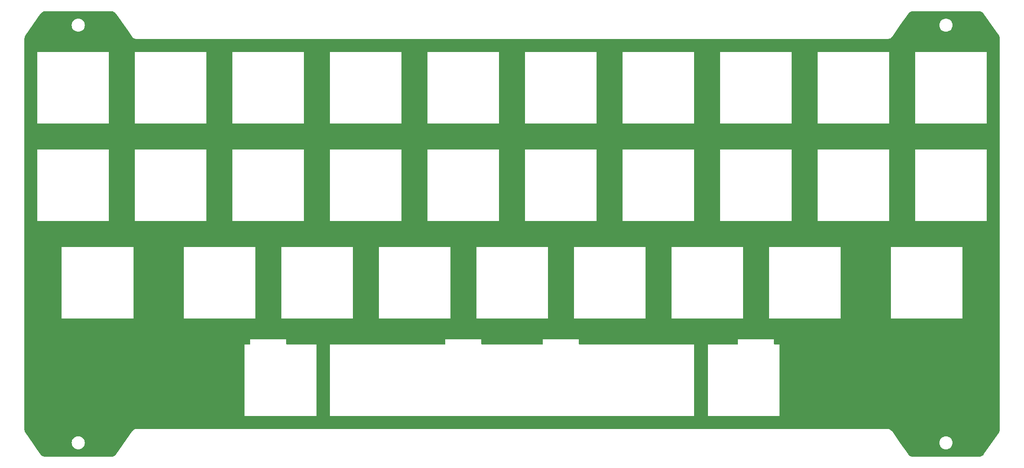
<source format=gbr>
%TF.GenerationSoftware,KiCad,Pcbnew,(6.0.10)*%
%TF.CreationDate,2023-02-13T13:56:49-06:00*%
%TF.ProjectId,WilliamPlate,57696c6c-6961-46d5-906c-6174652e6b69,rev?*%
%TF.SameCoordinates,Original*%
%TF.FileFunction,Copper,L1,Top*%
%TF.FilePolarity,Positive*%
%FSLAX46Y46*%
G04 Gerber Fmt 4.6, Leading zero omitted, Abs format (unit mm)*
G04 Created by KiCad (PCBNEW (6.0.10)) date 2023-02-13 13:56:49*
%MOMM*%
%LPD*%
G01*
G04 APERTURE LIST*
G04 APERTURE END LIST*
%TA.AperFunction,NonConductor*%
G36*
X70735459Y-44413903D02*
G01*
X70791846Y-44418425D01*
X70793809Y-44418599D01*
X70935125Y-44432197D01*
X70952993Y-44435227D01*
X71020175Y-44451670D01*
X71037566Y-44455927D01*
X71043402Y-44457505D01*
X71150294Y-44489175D01*
X71163571Y-44493931D01*
X71248070Y-44529662D01*
X71257152Y-44533938D01*
X71352907Y-44583796D01*
X71361652Y-44588804D01*
X71439356Y-44637527D01*
X71450867Y-44645677D01*
X71538105Y-44715084D01*
X71542735Y-44718952D01*
X71573271Y-44745738D01*
X71608223Y-44776399D01*
X71620955Y-44789302D01*
X71712357Y-44896351D01*
X71713652Y-44897893D01*
X71750618Y-44942615D01*
X71756718Y-44950627D01*
X74183281Y-48417145D01*
X74880343Y-49412947D01*
X74878355Y-49414339D01*
X74878664Y-49414654D01*
X74877900Y-49415291D01*
X75004992Y-49547008D01*
X75149901Y-49658826D01*
X75153912Y-49661076D01*
X75153914Y-49661077D01*
X75305504Y-49746101D01*
X75309540Y-49748365D01*
X75313840Y-49750009D01*
X75313845Y-49750011D01*
X75476211Y-49812076D01*
X75476215Y-49812077D01*
X75480510Y-49813719D01*
X75569841Y-49833607D01*
X75654682Y-49852495D01*
X75654687Y-49852496D01*
X75659171Y-49853494D01*
X75663757Y-49853829D01*
X75663761Y-49853830D01*
X75741408Y-49859509D01*
X75841719Y-49866846D01*
X75841719Y-49864007D01*
X75846473Y-49863500D01*
X222313294Y-49863500D01*
X222320781Y-49864167D01*
X222320781Y-49866831D01*
X222336615Y-49865673D01*
X222336616Y-49865673D01*
X222373415Y-49862981D01*
X222503326Y-49853480D01*
X222577566Y-49836951D01*
X222677495Y-49814704D01*
X222677500Y-49814703D01*
X222681985Y-49813704D01*
X222852954Y-49748352D01*
X223012591Y-49658813D01*
X223067339Y-49616567D01*
X223153853Y-49549809D01*
X223153856Y-49549806D01*
X223157498Y-49546996D01*
X223284589Y-49415281D01*
X223284102Y-49414875D01*
X223284426Y-49414539D01*
X223282156Y-49412950D01*
X224857471Y-47162500D01*
X232525376Y-47162500D01*
X232544835Y-47384921D01*
X232602622Y-47600585D01*
X232604944Y-47605565D01*
X232604945Y-47605567D01*
X232694655Y-47797950D01*
X232694658Y-47797955D01*
X232696981Y-47802937D01*
X232825044Y-47985830D01*
X232982920Y-48143706D01*
X232987428Y-48146863D01*
X232987431Y-48146865D01*
X233157311Y-48265816D01*
X233165813Y-48271769D01*
X233170795Y-48274092D01*
X233170800Y-48274095D01*
X233363183Y-48363805D01*
X233368165Y-48366128D01*
X233373473Y-48367550D01*
X233373475Y-48367551D01*
X233441050Y-48385658D01*
X233583829Y-48423915D01*
X233806250Y-48443374D01*
X234028671Y-48423915D01*
X234171450Y-48385658D01*
X234239025Y-48367551D01*
X234239027Y-48367550D01*
X234244335Y-48366128D01*
X234249317Y-48363805D01*
X234441700Y-48274095D01*
X234441705Y-48274092D01*
X234446687Y-48271769D01*
X234455189Y-48265816D01*
X234625069Y-48146865D01*
X234625072Y-48146863D01*
X234629580Y-48143706D01*
X234787456Y-47985830D01*
X234915519Y-47802937D01*
X234917842Y-47797955D01*
X234917845Y-47797950D01*
X235007555Y-47605567D01*
X235007556Y-47605565D01*
X235009878Y-47600585D01*
X235067665Y-47384921D01*
X235087124Y-47162500D01*
X235067665Y-46940079D01*
X235009878Y-46724415D01*
X235007555Y-46719433D01*
X234917845Y-46527050D01*
X234917842Y-46527045D01*
X234915519Y-46522063D01*
X234787456Y-46339170D01*
X234629580Y-46181294D01*
X234625072Y-46178137D01*
X234625069Y-46178135D01*
X234451196Y-46056388D01*
X234451194Y-46056387D01*
X234446687Y-46053231D01*
X234441705Y-46050908D01*
X234441700Y-46050905D01*
X234249317Y-45961195D01*
X234249315Y-45961194D01*
X234244335Y-45958872D01*
X234239027Y-45957450D01*
X234239025Y-45957449D01*
X234171450Y-45939342D01*
X234028671Y-45901085D01*
X233806250Y-45881626D01*
X233583829Y-45901085D01*
X233441050Y-45939342D01*
X233373475Y-45957449D01*
X233373473Y-45957450D01*
X233368165Y-45958872D01*
X233363185Y-45961194D01*
X233363183Y-45961195D01*
X233170800Y-46050905D01*
X233170795Y-46050908D01*
X233165813Y-46053231D01*
X233161306Y-46056387D01*
X233161304Y-46056388D01*
X232987431Y-46178135D01*
X232987428Y-46178137D01*
X232982920Y-46181294D01*
X232825044Y-46339170D01*
X232696981Y-46522063D01*
X232694658Y-46527045D01*
X232694655Y-46527050D01*
X232604945Y-46719433D01*
X232602622Y-46724415D01*
X232544835Y-46940079D01*
X232525376Y-47162500D01*
X224857471Y-47162500D01*
X226405949Y-44950389D01*
X226412052Y-44942372D01*
X226447594Y-44899371D01*
X226448899Y-44897818D01*
X226541778Y-44789061D01*
X226554492Y-44776177D01*
X226618968Y-44719620D01*
X226623604Y-44715746D01*
X226711671Y-44645677D01*
X226711991Y-44645422D01*
X226723492Y-44637280D01*
X226800322Y-44589105D01*
X226809051Y-44584107D01*
X226905903Y-44533678D01*
X226914980Y-44529403D01*
X226998535Y-44494072D01*
X227011785Y-44489325D01*
X227120103Y-44457232D01*
X227125863Y-44455675D01*
X227209195Y-44435279D01*
X227227064Y-44432248D01*
X227282256Y-44426931D01*
X227370625Y-44418419D01*
X227372443Y-44418258D01*
X227426742Y-44413903D01*
X227436813Y-44413500D01*
X240175387Y-44413500D01*
X240185459Y-44413903D01*
X240241846Y-44418425D01*
X240243809Y-44418599D01*
X240385125Y-44432197D01*
X240402993Y-44435227D01*
X240470175Y-44451670D01*
X240487566Y-44455927D01*
X240493402Y-44457505D01*
X240600294Y-44489175D01*
X240613571Y-44493931D01*
X240698070Y-44529662D01*
X240707152Y-44533938D01*
X240802907Y-44583796D01*
X240811652Y-44588804D01*
X240889356Y-44637527D01*
X240900867Y-44645677D01*
X240988105Y-44715084D01*
X240992735Y-44718952D01*
X241023271Y-44745738D01*
X241058223Y-44776399D01*
X241070955Y-44789302D01*
X241162357Y-44896351D01*
X241163652Y-44897893D01*
X241200618Y-44942615D01*
X241206718Y-44950627D01*
X243651305Y-48442895D01*
X244101718Y-49086342D01*
X244106925Y-49094420D01*
X244123661Y-49122701D01*
X244125222Y-49125417D01*
X244208825Y-49275234D01*
X244215730Y-49289701D01*
X244244071Y-49360314D01*
X244247310Y-49369369D01*
X244287213Y-49495968D01*
X244289751Y-49505240D01*
X244293049Y-49519391D01*
X244307031Y-49579382D01*
X244309668Y-49595181D01*
X244316396Y-49661061D01*
X244327011Y-49765013D01*
X244327292Y-49768167D01*
X244329883Y-49802058D01*
X244330250Y-49811663D01*
X244330250Y-126113663D01*
X244329883Y-126123270D01*
X244327404Y-126155690D01*
X244327118Y-126158896D01*
X244309608Y-126330194D01*
X244306972Y-126345982D01*
X244289925Y-126419122D01*
X244287386Y-126428398D01*
X244247089Y-126556248D01*
X244243851Y-126565301D01*
X244215890Y-126634970D01*
X244208989Y-126649430D01*
X244124679Y-126800545D01*
X244123083Y-126803323D01*
X244107114Y-126830309D01*
X244101900Y-126838397D01*
X241206551Y-130974611D01*
X241200448Y-130982628D01*
X241164906Y-131025629D01*
X241163601Y-131027182D01*
X241070722Y-131135939D01*
X241058008Y-131148823D01*
X240993535Y-131205378D01*
X240988896Y-131209254D01*
X240927537Y-131258074D01*
X240900509Y-131279578D01*
X240889008Y-131287720D01*
X240812178Y-131335895D01*
X240803449Y-131340893D01*
X240706597Y-131391322D01*
X240697520Y-131395597D01*
X240613965Y-131430928D01*
X240600715Y-131435675D01*
X240492397Y-131467768D01*
X240486637Y-131469325D01*
X240403305Y-131489721D01*
X240385436Y-131492752D01*
X240330244Y-131498069D01*
X240241875Y-131506581D01*
X240240057Y-131506742D01*
X240186795Y-131511014D01*
X240185758Y-131511097D01*
X240175687Y-131511500D01*
X227437113Y-131511500D01*
X227427040Y-131511097D01*
X227370654Y-131506575D01*
X227368691Y-131506401D01*
X227227375Y-131492803D01*
X227209507Y-131489773D01*
X227142325Y-131473330D01*
X227124934Y-131469073D01*
X227119098Y-131467495D01*
X227012206Y-131435825D01*
X226998927Y-131431068D01*
X226914430Y-131395338D01*
X226905348Y-131391062D01*
X226809591Y-131341203D01*
X226800848Y-131336196D01*
X226723144Y-131287473D01*
X226711633Y-131279323D01*
X226624395Y-131209916D01*
X226619765Y-131206048D01*
X226589229Y-131179262D01*
X226554277Y-131148601D01*
X226541545Y-131135698D01*
X226450143Y-131028649D01*
X226448848Y-131027107D01*
X226411882Y-130982385D01*
X226405777Y-130974366D01*
X225753748Y-130042895D01*
X224857471Y-128762500D01*
X232525376Y-128762500D01*
X232544835Y-128984921D01*
X232602622Y-129200585D01*
X232604944Y-129205565D01*
X232604945Y-129205567D01*
X232694655Y-129397950D01*
X232694658Y-129397955D01*
X232696981Y-129402937D01*
X232825044Y-129585830D01*
X232982920Y-129743706D01*
X232987428Y-129746863D01*
X232987431Y-129746865D01*
X233157311Y-129865816D01*
X233165813Y-129871769D01*
X233170795Y-129874092D01*
X233170800Y-129874095D01*
X233363183Y-129963805D01*
X233368165Y-129966128D01*
X233373473Y-129967550D01*
X233373475Y-129967551D01*
X233441050Y-129985658D01*
X233583829Y-130023915D01*
X233806250Y-130043374D01*
X234028671Y-130023915D01*
X234171450Y-129985658D01*
X234239025Y-129967551D01*
X234239027Y-129967550D01*
X234244335Y-129966128D01*
X234249317Y-129963805D01*
X234441700Y-129874095D01*
X234441705Y-129874092D01*
X234446687Y-129871769D01*
X234455189Y-129865816D01*
X234625069Y-129746865D01*
X234625072Y-129746863D01*
X234629580Y-129743706D01*
X234787456Y-129585830D01*
X234915519Y-129402937D01*
X234917842Y-129397955D01*
X234917845Y-129397950D01*
X235007555Y-129205567D01*
X235007556Y-129205565D01*
X235009878Y-129200585D01*
X235067665Y-128984921D01*
X235087124Y-128762500D01*
X235067665Y-128540079D01*
X235009878Y-128324415D01*
X235007555Y-128319433D01*
X234917845Y-128127050D01*
X234917842Y-128127045D01*
X234915519Y-128122063D01*
X234787456Y-127939170D01*
X234629580Y-127781294D01*
X234625072Y-127778137D01*
X234625069Y-127778135D01*
X234451196Y-127656388D01*
X234451194Y-127656387D01*
X234446687Y-127653231D01*
X234441705Y-127650908D01*
X234441700Y-127650905D01*
X234249317Y-127561195D01*
X234249315Y-127561194D01*
X234244335Y-127558872D01*
X234239027Y-127557450D01*
X234239025Y-127557449D01*
X234171450Y-127539342D01*
X234028671Y-127501085D01*
X233806250Y-127481626D01*
X233583829Y-127501085D01*
X233441050Y-127539342D01*
X233373475Y-127557449D01*
X233373473Y-127557450D01*
X233368165Y-127558872D01*
X233363185Y-127561194D01*
X233363183Y-127561195D01*
X233170800Y-127650905D01*
X233170795Y-127650908D01*
X233165813Y-127653231D01*
X233161306Y-127656387D01*
X233161304Y-127656388D01*
X232987431Y-127778135D01*
X232987428Y-127778137D01*
X232982920Y-127781294D01*
X232825044Y-127939170D01*
X232696981Y-128122063D01*
X232694658Y-128127045D01*
X232694655Y-128127050D01*
X232604945Y-128319433D01*
X232602622Y-128324415D01*
X232544835Y-128540079D01*
X232525376Y-128762500D01*
X224857471Y-128762500D01*
X223282156Y-126512050D01*
X223284156Y-126510650D01*
X223283847Y-126510336D01*
X223284600Y-126509709D01*
X223157508Y-126377992D01*
X223012599Y-126266174D01*
X223008586Y-126263923D01*
X222856979Y-126178889D01*
X222856977Y-126178888D01*
X222852960Y-126176635D01*
X222848660Y-126174991D01*
X222848655Y-126174989D01*
X222686289Y-126112924D01*
X222686285Y-126112923D01*
X222681990Y-126111281D01*
X222592659Y-126091393D01*
X222507818Y-126072505D01*
X222507813Y-126072504D01*
X222503329Y-126071506D01*
X222498743Y-126071171D01*
X222498739Y-126071170D01*
X222421092Y-126065491D01*
X222320781Y-126058154D01*
X222320781Y-126060993D01*
X222316027Y-126061500D01*
X75849206Y-126061500D01*
X75841719Y-126060833D01*
X75841719Y-126058169D01*
X75825885Y-126059327D01*
X75825884Y-126059327D01*
X75797296Y-126061418D01*
X75659174Y-126071520D01*
X75584934Y-126088049D01*
X75485005Y-126110296D01*
X75485000Y-126110297D01*
X75480515Y-126111296D01*
X75309546Y-126176648D01*
X75149909Y-126266187D01*
X75146270Y-126268995D01*
X75094047Y-126309293D01*
X75005002Y-126378004D01*
X74877911Y-126509719D01*
X74878398Y-126510125D01*
X74878072Y-126510463D01*
X74880343Y-126512053D01*
X71756551Y-130974611D01*
X71750448Y-130982628D01*
X71714906Y-131025629D01*
X71713601Y-131027182D01*
X71620722Y-131135939D01*
X71608008Y-131148823D01*
X71543535Y-131205378D01*
X71538896Y-131209254D01*
X71477537Y-131258074D01*
X71450509Y-131279578D01*
X71439008Y-131287720D01*
X71362178Y-131335895D01*
X71353449Y-131340893D01*
X71256597Y-131391322D01*
X71247520Y-131395597D01*
X71163965Y-131430928D01*
X71150715Y-131435675D01*
X71042397Y-131467768D01*
X71036637Y-131469325D01*
X70953305Y-131489721D01*
X70935436Y-131492752D01*
X70880244Y-131498069D01*
X70791875Y-131506581D01*
X70790057Y-131506742D01*
X70736795Y-131511014D01*
X70735758Y-131511097D01*
X70725687Y-131511500D01*
X57987113Y-131511500D01*
X57977040Y-131511097D01*
X57920654Y-131506575D01*
X57918691Y-131506401D01*
X57777375Y-131492803D01*
X57759507Y-131489773D01*
X57692325Y-131473330D01*
X57674934Y-131469073D01*
X57669098Y-131467495D01*
X57562206Y-131435825D01*
X57548927Y-131431068D01*
X57464430Y-131395338D01*
X57455348Y-131391062D01*
X57359591Y-131341203D01*
X57350848Y-131336196D01*
X57273144Y-131287473D01*
X57261633Y-131279323D01*
X57174395Y-131209916D01*
X57169765Y-131206048D01*
X57139229Y-131179262D01*
X57104277Y-131148601D01*
X57091545Y-131135698D01*
X57000143Y-131028649D01*
X56998848Y-131027107D01*
X56961882Y-130982385D01*
X56955777Y-130974366D01*
X56303748Y-130042895D01*
X55407471Y-128762500D01*
X63075376Y-128762500D01*
X63094835Y-128984921D01*
X63152622Y-129200585D01*
X63154944Y-129205565D01*
X63154945Y-129205567D01*
X63244655Y-129397950D01*
X63244658Y-129397955D01*
X63246981Y-129402937D01*
X63375044Y-129585830D01*
X63532920Y-129743706D01*
X63537428Y-129746863D01*
X63537431Y-129746865D01*
X63707311Y-129865816D01*
X63715813Y-129871769D01*
X63720795Y-129874092D01*
X63720800Y-129874095D01*
X63913183Y-129963805D01*
X63918165Y-129966128D01*
X63923473Y-129967550D01*
X63923475Y-129967551D01*
X63991050Y-129985658D01*
X64133829Y-130023915D01*
X64356250Y-130043374D01*
X64578671Y-130023915D01*
X64721450Y-129985658D01*
X64789025Y-129967551D01*
X64789027Y-129967550D01*
X64794335Y-129966128D01*
X64799317Y-129963805D01*
X64991700Y-129874095D01*
X64991705Y-129874092D01*
X64996687Y-129871769D01*
X65005189Y-129865816D01*
X65175069Y-129746865D01*
X65175072Y-129746863D01*
X65179580Y-129743706D01*
X65337456Y-129585830D01*
X65465519Y-129402937D01*
X65467842Y-129397955D01*
X65467845Y-129397950D01*
X65557555Y-129205567D01*
X65557556Y-129205565D01*
X65559878Y-129200585D01*
X65617665Y-128984921D01*
X65637124Y-128762500D01*
X65617665Y-128540079D01*
X65559878Y-128324415D01*
X65557555Y-128319433D01*
X65467845Y-128127050D01*
X65467842Y-128127045D01*
X65465519Y-128122063D01*
X65337456Y-127939170D01*
X65179580Y-127781294D01*
X65175072Y-127778137D01*
X65175069Y-127778135D01*
X65001196Y-127656388D01*
X65001194Y-127656387D01*
X64996687Y-127653231D01*
X64991705Y-127650908D01*
X64991700Y-127650905D01*
X64799317Y-127561195D01*
X64799315Y-127561194D01*
X64794335Y-127558872D01*
X64789027Y-127557450D01*
X64789025Y-127557449D01*
X64721450Y-127539342D01*
X64578671Y-127501085D01*
X64356250Y-127481626D01*
X64133829Y-127501085D01*
X63991050Y-127539342D01*
X63923475Y-127557449D01*
X63923473Y-127557450D01*
X63918165Y-127558872D01*
X63913185Y-127561194D01*
X63913183Y-127561195D01*
X63720800Y-127650905D01*
X63720795Y-127650908D01*
X63715813Y-127653231D01*
X63711306Y-127656387D01*
X63711304Y-127656388D01*
X63537431Y-127778135D01*
X63537428Y-127778137D01*
X63532920Y-127781294D01*
X63375044Y-127939170D01*
X63246981Y-128122063D01*
X63244658Y-128127045D01*
X63244655Y-128127050D01*
X63154945Y-128319433D01*
X63152622Y-128324415D01*
X63094835Y-128540079D01*
X63075376Y-128762500D01*
X55407471Y-128762500D01*
X54060777Y-126838651D01*
X54055570Y-126830572D01*
X54038839Y-126802299D01*
X54037278Y-126799583D01*
X53953675Y-126649766D01*
X53946770Y-126635299D01*
X53918429Y-126564686D01*
X53915190Y-126555631D01*
X53875287Y-126429032D01*
X53872748Y-126419755D01*
X53872601Y-126419122D01*
X53863945Y-126381987D01*
X53855469Y-126345618D01*
X53852832Y-126329819D01*
X53837419Y-126178889D01*
X53835489Y-126159987D01*
X53835208Y-126156833D01*
X53832617Y-126122942D01*
X53832250Y-126113337D01*
X53832250Y-123537500D01*
X96836418Y-123537500D01*
X96836500Y-123537698D01*
X96836735Y-123538265D01*
X96837500Y-123538582D01*
X96837698Y-123538500D01*
X110837302Y-123538500D01*
X110837500Y-123538582D01*
X110838265Y-123538265D01*
X110838500Y-123537698D01*
X110838582Y-123537500D01*
X113505168Y-123537500D01*
X113505250Y-123537698D01*
X113505485Y-123538265D01*
X113506250Y-123538582D01*
X113506448Y-123538500D01*
X184656052Y-123538500D01*
X184656250Y-123538582D01*
X184657015Y-123538265D01*
X184657250Y-123537698D01*
X184657332Y-123537500D01*
X187323918Y-123537500D01*
X187324000Y-123537698D01*
X187324235Y-123538265D01*
X187325000Y-123538582D01*
X187325198Y-123538500D01*
X201324802Y-123538500D01*
X201325000Y-123538582D01*
X201325765Y-123538265D01*
X201326000Y-123537698D01*
X201326082Y-123537500D01*
X201326000Y-123537302D01*
X201326000Y-109537698D01*
X201326082Y-109537500D01*
X201325765Y-109536735D01*
X201325198Y-109536500D01*
X201325000Y-109536418D01*
X201324802Y-109536500D01*
X200333250Y-109536500D01*
X200265129Y-109516498D01*
X200218636Y-109462842D01*
X200207250Y-109410500D01*
X200207250Y-108537698D01*
X200207332Y-108537500D01*
X200207015Y-108536735D01*
X200206448Y-108536500D01*
X200206250Y-108536418D01*
X200206052Y-108536500D01*
X193206448Y-108536500D01*
X193206250Y-108536418D01*
X193206052Y-108536500D01*
X193205485Y-108536735D01*
X193205168Y-108537500D01*
X193205250Y-108537698D01*
X193205250Y-109410500D01*
X193185248Y-109478621D01*
X193131592Y-109525114D01*
X193079250Y-109536500D01*
X187325198Y-109536500D01*
X187325000Y-109536418D01*
X187324802Y-109536500D01*
X187324235Y-109536735D01*
X187323918Y-109537500D01*
X187324000Y-109537698D01*
X187324000Y-123537302D01*
X187323918Y-123537500D01*
X184657332Y-123537500D01*
X184657250Y-123537302D01*
X184657250Y-109537698D01*
X184657332Y-109537500D01*
X184657015Y-109536735D01*
X184656448Y-109536500D01*
X184656250Y-109536418D01*
X184656052Y-109536500D01*
X162233250Y-109536500D01*
X162165129Y-109516498D01*
X162118636Y-109462842D01*
X162107250Y-109410500D01*
X162107250Y-108537698D01*
X162107332Y-108537500D01*
X162107015Y-108536735D01*
X162106448Y-108536500D01*
X162106250Y-108536418D01*
X162106052Y-108536500D01*
X155106448Y-108536500D01*
X155106250Y-108536418D01*
X155106052Y-108536500D01*
X155105485Y-108536735D01*
X155105168Y-108537500D01*
X155105250Y-108537698D01*
X155105250Y-109410500D01*
X155085248Y-109478621D01*
X155031592Y-109525114D01*
X154979250Y-109536500D01*
X143183250Y-109536500D01*
X143115129Y-109516498D01*
X143068636Y-109462842D01*
X143057250Y-109410500D01*
X143057250Y-108537698D01*
X143057332Y-108537500D01*
X143057015Y-108536735D01*
X143056448Y-108536500D01*
X143056250Y-108536418D01*
X143056052Y-108536500D01*
X136056448Y-108536500D01*
X136056250Y-108536418D01*
X136056052Y-108536500D01*
X136055485Y-108536735D01*
X136055168Y-108537500D01*
X136055250Y-108537698D01*
X136055250Y-109410500D01*
X136035248Y-109478621D01*
X135981592Y-109525114D01*
X135929250Y-109536500D01*
X113506448Y-109536500D01*
X113506250Y-109536418D01*
X113506052Y-109536500D01*
X113505485Y-109536735D01*
X113505168Y-109537500D01*
X113505250Y-109537698D01*
X113505250Y-123537302D01*
X113505168Y-123537500D01*
X110838582Y-123537500D01*
X110838500Y-123537302D01*
X110838500Y-109537698D01*
X110838582Y-109537500D01*
X110838265Y-109536735D01*
X110837698Y-109536500D01*
X110837500Y-109536418D01*
X110837302Y-109536500D01*
X105083250Y-109536500D01*
X105015129Y-109516498D01*
X104968636Y-109462842D01*
X104957250Y-109410500D01*
X104957250Y-108537698D01*
X104957332Y-108537500D01*
X104957015Y-108536735D01*
X104956448Y-108536500D01*
X104956250Y-108536418D01*
X104956052Y-108536500D01*
X97956448Y-108536500D01*
X97956250Y-108536418D01*
X97956052Y-108536500D01*
X97955485Y-108536735D01*
X97955168Y-108537500D01*
X97955250Y-108537698D01*
X97955250Y-109410500D01*
X97935248Y-109478621D01*
X97881592Y-109525114D01*
X97829250Y-109536500D01*
X96837698Y-109536500D01*
X96837500Y-109536418D01*
X96837302Y-109536500D01*
X96836735Y-109536735D01*
X96836418Y-109537500D01*
X96836500Y-109537698D01*
X96836500Y-123537302D01*
X96836418Y-123537500D01*
X53832250Y-123537500D01*
X53832250Y-104487500D01*
X61117668Y-104487500D01*
X61117750Y-104487698D01*
X61117985Y-104488265D01*
X61118750Y-104488582D01*
X61118948Y-104488500D01*
X75118552Y-104488500D01*
X75118750Y-104488582D01*
X75119515Y-104488265D01*
X75119750Y-104487698D01*
X75119832Y-104487500D01*
X84930168Y-104487500D01*
X84930250Y-104487698D01*
X84930485Y-104488265D01*
X84931250Y-104488582D01*
X84931448Y-104488500D01*
X98931052Y-104488500D01*
X98931250Y-104488582D01*
X98932015Y-104488265D01*
X98932250Y-104487698D01*
X98932332Y-104487500D01*
X103980168Y-104487500D01*
X103980250Y-104487698D01*
X103980485Y-104488265D01*
X103981250Y-104488582D01*
X103981448Y-104488500D01*
X117981052Y-104488500D01*
X117981250Y-104488582D01*
X117982015Y-104488265D01*
X117982250Y-104487698D01*
X117982332Y-104487500D01*
X123030168Y-104487500D01*
X123030250Y-104487698D01*
X123030485Y-104488265D01*
X123031250Y-104488582D01*
X123031448Y-104488500D01*
X137031052Y-104488500D01*
X137031250Y-104488582D01*
X137032015Y-104488265D01*
X137032250Y-104487698D01*
X137032332Y-104487500D01*
X142080168Y-104487500D01*
X142080250Y-104487698D01*
X142080485Y-104488265D01*
X142081250Y-104488582D01*
X142081448Y-104488500D01*
X156081052Y-104488500D01*
X156081250Y-104488582D01*
X156082015Y-104488265D01*
X156082250Y-104487698D01*
X156082332Y-104487500D01*
X161130168Y-104487500D01*
X161130250Y-104487698D01*
X161130485Y-104488265D01*
X161131250Y-104488582D01*
X161131448Y-104488500D01*
X175131052Y-104488500D01*
X175131250Y-104488582D01*
X175132015Y-104488265D01*
X175132250Y-104487698D01*
X175132332Y-104487500D01*
X180180168Y-104487500D01*
X180180250Y-104487698D01*
X180180485Y-104488265D01*
X180181250Y-104488582D01*
X180181448Y-104488500D01*
X194181052Y-104488500D01*
X194181250Y-104488582D01*
X194182015Y-104488265D01*
X194182250Y-104487698D01*
X194182332Y-104487500D01*
X199230168Y-104487500D01*
X199230250Y-104487698D01*
X199230485Y-104488265D01*
X199231250Y-104488582D01*
X199231448Y-104488500D01*
X213231052Y-104488500D01*
X213231250Y-104488582D01*
X213232015Y-104488265D01*
X213232250Y-104487698D01*
X213232332Y-104487500D01*
X223042668Y-104487500D01*
X223042750Y-104487698D01*
X223042985Y-104488265D01*
X223043750Y-104488582D01*
X223043948Y-104488500D01*
X237043552Y-104488500D01*
X237043750Y-104488582D01*
X237044515Y-104488265D01*
X237044750Y-104487698D01*
X237044832Y-104487500D01*
X237044750Y-104487302D01*
X237044750Y-90487698D01*
X237044832Y-90487500D01*
X237044515Y-90486735D01*
X237043948Y-90486500D01*
X237043750Y-90486418D01*
X237043552Y-90486500D01*
X223043948Y-90486500D01*
X223043750Y-90486418D01*
X223043552Y-90486500D01*
X223042985Y-90486735D01*
X223042668Y-90487500D01*
X223042750Y-90487698D01*
X223042750Y-104487302D01*
X223042668Y-104487500D01*
X213232332Y-104487500D01*
X213232250Y-104487302D01*
X213232250Y-90487698D01*
X213232332Y-90487500D01*
X213232015Y-90486735D01*
X213231448Y-90486500D01*
X213231250Y-90486418D01*
X213231052Y-90486500D01*
X199231448Y-90486500D01*
X199231250Y-90486418D01*
X199231052Y-90486500D01*
X199230485Y-90486735D01*
X199230168Y-90487500D01*
X199230250Y-90487698D01*
X199230250Y-104487302D01*
X199230168Y-104487500D01*
X194182332Y-104487500D01*
X194182250Y-104487302D01*
X194182250Y-90487698D01*
X194182332Y-90487500D01*
X194182015Y-90486735D01*
X194181448Y-90486500D01*
X194181250Y-90486418D01*
X194181052Y-90486500D01*
X180181448Y-90486500D01*
X180181250Y-90486418D01*
X180181052Y-90486500D01*
X180180485Y-90486735D01*
X180180168Y-90487500D01*
X180180250Y-90487698D01*
X180180250Y-104487302D01*
X180180168Y-104487500D01*
X175132332Y-104487500D01*
X175132250Y-104487302D01*
X175132250Y-90487698D01*
X175132332Y-90487500D01*
X175132015Y-90486735D01*
X175131448Y-90486500D01*
X175131250Y-90486418D01*
X175131052Y-90486500D01*
X161131448Y-90486500D01*
X161131250Y-90486418D01*
X161131052Y-90486500D01*
X161130485Y-90486735D01*
X161130168Y-90487500D01*
X161130250Y-90487698D01*
X161130250Y-104487302D01*
X161130168Y-104487500D01*
X156082332Y-104487500D01*
X156082250Y-104487302D01*
X156082250Y-90487698D01*
X156082332Y-90487500D01*
X156082015Y-90486735D01*
X156081448Y-90486500D01*
X156081250Y-90486418D01*
X156081052Y-90486500D01*
X142081448Y-90486500D01*
X142081250Y-90486418D01*
X142081052Y-90486500D01*
X142080485Y-90486735D01*
X142080168Y-90487500D01*
X142080250Y-90487698D01*
X142080250Y-104487302D01*
X142080168Y-104487500D01*
X137032332Y-104487500D01*
X137032250Y-104487302D01*
X137032250Y-90487698D01*
X137032332Y-90487500D01*
X137032015Y-90486735D01*
X137031448Y-90486500D01*
X137031250Y-90486418D01*
X137031052Y-90486500D01*
X123031448Y-90486500D01*
X123031250Y-90486418D01*
X123031052Y-90486500D01*
X123030485Y-90486735D01*
X123030168Y-90487500D01*
X123030250Y-90487698D01*
X123030250Y-104487302D01*
X123030168Y-104487500D01*
X117982332Y-104487500D01*
X117982250Y-104487302D01*
X117982250Y-90487698D01*
X117982332Y-90487500D01*
X117982015Y-90486735D01*
X117981448Y-90486500D01*
X117981250Y-90486418D01*
X117981052Y-90486500D01*
X103981448Y-90486500D01*
X103981250Y-90486418D01*
X103981052Y-90486500D01*
X103980485Y-90486735D01*
X103980168Y-90487500D01*
X103980250Y-90487698D01*
X103980250Y-104487302D01*
X103980168Y-104487500D01*
X98932332Y-104487500D01*
X98932250Y-104487302D01*
X98932250Y-90487698D01*
X98932332Y-90487500D01*
X98932015Y-90486735D01*
X98931448Y-90486500D01*
X98931250Y-90486418D01*
X98931052Y-90486500D01*
X84931448Y-90486500D01*
X84931250Y-90486418D01*
X84931052Y-90486500D01*
X84930485Y-90486735D01*
X84930168Y-90487500D01*
X84930250Y-90487698D01*
X84930250Y-104487302D01*
X84930168Y-104487500D01*
X75119832Y-104487500D01*
X75119750Y-104487302D01*
X75119750Y-90487698D01*
X75119832Y-90487500D01*
X75119515Y-90486735D01*
X75118948Y-90486500D01*
X75118750Y-90486418D01*
X75118552Y-90486500D01*
X61118948Y-90486500D01*
X61118750Y-90486418D01*
X61118552Y-90486500D01*
X61117985Y-90486735D01*
X61117668Y-90487500D01*
X61117750Y-90487698D01*
X61117750Y-104487302D01*
X61117668Y-104487500D01*
X53832250Y-104487500D01*
X53832250Y-85437500D01*
X56355168Y-85437500D01*
X56355250Y-85437698D01*
X56355485Y-85438265D01*
X56356250Y-85438582D01*
X56356448Y-85438500D01*
X70356052Y-85438500D01*
X70356250Y-85438582D01*
X70357015Y-85438265D01*
X70357250Y-85437698D01*
X70357332Y-85437500D01*
X75405168Y-85437500D01*
X75405250Y-85437698D01*
X75405485Y-85438265D01*
X75406250Y-85438582D01*
X75406448Y-85438500D01*
X89406052Y-85438500D01*
X89406250Y-85438582D01*
X89407015Y-85438265D01*
X89407250Y-85437698D01*
X89407332Y-85437500D01*
X94455168Y-85437500D01*
X94455250Y-85437698D01*
X94455485Y-85438265D01*
X94456250Y-85438582D01*
X94456448Y-85438500D01*
X108456052Y-85438500D01*
X108456250Y-85438582D01*
X108457015Y-85438265D01*
X108457250Y-85437698D01*
X108457332Y-85437500D01*
X113505168Y-85437500D01*
X113505250Y-85437698D01*
X113505485Y-85438265D01*
X113506250Y-85438582D01*
X113506448Y-85438500D01*
X127506052Y-85438500D01*
X127506250Y-85438582D01*
X127507015Y-85438265D01*
X127507250Y-85437698D01*
X127507332Y-85437500D01*
X132555168Y-85437500D01*
X132555250Y-85437698D01*
X132555485Y-85438265D01*
X132556250Y-85438582D01*
X132556448Y-85438500D01*
X146556052Y-85438500D01*
X146556250Y-85438582D01*
X146557015Y-85438265D01*
X146557250Y-85437698D01*
X146557332Y-85437500D01*
X151605168Y-85437500D01*
X151605250Y-85437698D01*
X151605485Y-85438265D01*
X151606250Y-85438582D01*
X151606448Y-85438500D01*
X165606052Y-85438500D01*
X165606250Y-85438582D01*
X165607015Y-85438265D01*
X165607250Y-85437698D01*
X165607332Y-85437500D01*
X170655168Y-85437500D01*
X170655250Y-85437698D01*
X170655485Y-85438265D01*
X170656250Y-85438582D01*
X170656448Y-85438500D01*
X184656052Y-85438500D01*
X184656250Y-85438582D01*
X184657015Y-85438265D01*
X184657250Y-85437698D01*
X184657332Y-85437500D01*
X189705168Y-85437500D01*
X189705250Y-85437698D01*
X189705485Y-85438265D01*
X189706250Y-85438582D01*
X189706448Y-85438500D01*
X203706052Y-85438500D01*
X203706250Y-85438582D01*
X203707015Y-85438265D01*
X203707250Y-85437698D01*
X203707332Y-85437500D01*
X208755168Y-85437500D01*
X208755250Y-85437698D01*
X208755485Y-85438265D01*
X208756250Y-85438582D01*
X208756448Y-85438500D01*
X222756052Y-85438500D01*
X222756250Y-85438582D01*
X222757015Y-85438265D01*
X222757250Y-85437698D01*
X222757332Y-85437500D01*
X227805168Y-85437500D01*
X227805250Y-85437698D01*
X227805485Y-85438265D01*
X227806250Y-85438582D01*
X227806448Y-85438500D01*
X241806052Y-85438500D01*
X241806250Y-85438582D01*
X241807015Y-85438265D01*
X241807250Y-85437698D01*
X241807332Y-85437500D01*
X241807250Y-85437302D01*
X241807250Y-71437698D01*
X241807332Y-71437500D01*
X241807015Y-71436735D01*
X241806448Y-71436500D01*
X241806250Y-71436418D01*
X241806052Y-71436500D01*
X227806448Y-71436500D01*
X227806250Y-71436418D01*
X227806052Y-71436500D01*
X227805485Y-71436735D01*
X227805168Y-71437500D01*
X227805250Y-71437698D01*
X227805250Y-85437302D01*
X227805168Y-85437500D01*
X222757332Y-85437500D01*
X222757250Y-85437302D01*
X222757250Y-71437698D01*
X222757332Y-71437500D01*
X222757015Y-71436735D01*
X222756448Y-71436500D01*
X222756250Y-71436418D01*
X222756052Y-71436500D01*
X208756448Y-71436500D01*
X208756250Y-71436418D01*
X208756052Y-71436500D01*
X208755485Y-71436735D01*
X208755168Y-71437500D01*
X208755250Y-71437698D01*
X208755250Y-85437302D01*
X208755168Y-85437500D01*
X203707332Y-85437500D01*
X203707250Y-85437302D01*
X203707250Y-71437698D01*
X203707332Y-71437500D01*
X203707015Y-71436735D01*
X203706448Y-71436500D01*
X203706250Y-71436418D01*
X203706052Y-71436500D01*
X189706448Y-71436500D01*
X189706250Y-71436418D01*
X189706052Y-71436500D01*
X189705485Y-71436735D01*
X189705168Y-71437500D01*
X189705250Y-71437698D01*
X189705250Y-85437302D01*
X189705168Y-85437500D01*
X184657332Y-85437500D01*
X184657250Y-85437302D01*
X184657250Y-71437698D01*
X184657332Y-71437500D01*
X184657015Y-71436735D01*
X184656448Y-71436500D01*
X184656250Y-71436418D01*
X184656052Y-71436500D01*
X170656448Y-71436500D01*
X170656250Y-71436418D01*
X170656052Y-71436500D01*
X170655485Y-71436735D01*
X170655168Y-71437500D01*
X170655250Y-71437698D01*
X170655250Y-85437302D01*
X170655168Y-85437500D01*
X165607332Y-85437500D01*
X165607250Y-85437302D01*
X165607250Y-71437698D01*
X165607332Y-71437500D01*
X165607015Y-71436735D01*
X165606448Y-71436500D01*
X165606250Y-71436418D01*
X165606052Y-71436500D01*
X151606448Y-71436500D01*
X151606250Y-71436418D01*
X151606052Y-71436500D01*
X151605485Y-71436735D01*
X151605168Y-71437500D01*
X151605250Y-71437698D01*
X151605250Y-85437302D01*
X151605168Y-85437500D01*
X146557332Y-85437500D01*
X146557250Y-85437302D01*
X146557250Y-71437698D01*
X146557332Y-71437500D01*
X146557015Y-71436735D01*
X146556448Y-71436500D01*
X146556250Y-71436418D01*
X146556052Y-71436500D01*
X132556448Y-71436500D01*
X132556250Y-71436418D01*
X132556052Y-71436500D01*
X132555485Y-71436735D01*
X132555168Y-71437500D01*
X132555250Y-71437698D01*
X132555250Y-85437302D01*
X132555168Y-85437500D01*
X127507332Y-85437500D01*
X127507250Y-85437302D01*
X127507250Y-71437698D01*
X127507332Y-71437500D01*
X127507015Y-71436735D01*
X127506448Y-71436500D01*
X127506250Y-71436418D01*
X127506052Y-71436500D01*
X113506448Y-71436500D01*
X113506250Y-71436418D01*
X113506052Y-71436500D01*
X113505485Y-71436735D01*
X113505168Y-71437500D01*
X113505250Y-71437698D01*
X113505250Y-85437302D01*
X113505168Y-85437500D01*
X108457332Y-85437500D01*
X108457250Y-85437302D01*
X108457250Y-71437698D01*
X108457332Y-71437500D01*
X108457015Y-71436735D01*
X108456448Y-71436500D01*
X108456250Y-71436418D01*
X108456052Y-71436500D01*
X94456448Y-71436500D01*
X94456250Y-71436418D01*
X94456052Y-71436500D01*
X94455485Y-71436735D01*
X94455168Y-71437500D01*
X94455250Y-71437698D01*
X94455250Y-85437302D01*
X94455168Y-85437500D01*
X89407332Y-85437500D01*
X89407250Y-85437302D01*
X89407250Y-71437698D01*
X89407332Y-71437500D01*
X89407015Y-71436735D01*
X89406448Y-71436500D01*
X89406250Y-71436418D01*
X89406052Y-71436500D01*
X75406448Y-71436500D01*
X75406250Y-71436418D01*
X75406052Y-71436500D01*
X75405485Y-71436735D01*
X75405168Y-71437500D01*
X75405250Y-71437698D01*
X75405250Y-85437302D01*
X75405168Y-85437500D01*
X70357332Y-85437500D01*
X70357250Y-85437302D01*
X70357250Y-71437698D01*
X70357332Y-71437500D01*
X70357015Y-71436735D01*
X70356448Y-71436500D01*
X70356250Y-71436418D01*
X70356052Y-71436500D01*
X56356448Y-71436500D01*
X56356250Y-71436418D01*
X56356052Y-71436500D01*
X56355485Y-71436735D01*
X56355168Y-71437500D01*
X56355250Y-71437698D01*
X56355250Y-85437302D01*
X56355168Y-85437500D01*
X53832250Y-85437500D01*
X53832250Y-66387500D01*
X56355168Y-66387500D01*
X56355250Y-66387698D01*
X56355485Y-66388265D01*
X56356250Y-66388582D01*
X56356448Y-66388500D01*
X70356052Y-66388500D01*
X70356250Y-66388582D01*
X70357015Y-66388265D01*
X70357250Y-66387698D01*
X70357332Y-66387500D01*
X75405168Y-66387500D01*
X75405250Y-66387698D01*
X75405485Y-66388265D01*
X75406250Y-66388582D01*
X75406448Y-66388500D01*
X89406052Y-66388500D01*
X89406250Y-66388582D01*
X89407015Y-66388265D01*
X89407250Y-66387698D01*
X89407332Y-66387500D01*
X94455168Y-66387500D01*
X94455250Y-66387698D01*
X94455485Y-66388265D01*
X94456250Y-66388582D01*
X94456448Y-66388500D01*
X108456052Y-66388500D01*
X108456250Y-66388582D01*
X108457015Y-66388265D01*
X108457250Y-66387698D01*
X108457332Y-66387500D01*
X113505168Y-66387500D01*
X113505250Y-66387698D01*
X113505485Y-66388265D01*
X113506250Y-66388582D01*
X113506448Y-66388500D01*
X127506052Y-66388500D01*
X127506250Y-66388582D01*
X127507015Y-66388265D01*
X127507250Y-66387698D01*
X127507332Y-66387500D01*
X132555168Y-66387500D01*
X132555250Y-66387698D01*
X132555485Y-66388265D01*
X132556250Y-66388582D01*
X132556448Y-66388500D01*
X146556052Y-66388500D01*
X146556250Y-66388582D01*
X146557015Y-66388265D01*
X146557250Y-66387698D01*
X146557332Y-66387500D01*
X151605168Y-66387500D01*
X151605250Y-66387698D01*
X151605485Y-66388265D01*
X151606250Y-66388582D01*
X151606448Y-66388500D01*
X165606052Y-66388500D01*
X165606250Y-66388582D01*
X165607015Y-66388265D01*
X165607250Y-66387698D01*
X165607332Y-66387500D01*
X170655168Y-66387500D01*
X170655250Y-66387698D01*
X170655485Y-66388265D01*
X170656250Y-66388582D01*
X170656448Y-66388500D01*
X184656052Y-66388500D01*
X184656250Y-66388582D01*
X184657015Y-66388265D01*
X184657250Y-66387698D01*
X184657332Y-66387500D01*
X189705168Y-66387500D01*
X189705250Y-66387698D01*
X189705485Y-66388265D01*
X189706250Y-66388582D01*
X189706448Y-66388500D01*
X203706052Y-66388500D01*
X203706250Y-66388582D01*
X203707015Y-66388265D01*
X203707250Y-66387698D01*
X203707332Y-66387500D01*
X208755168Y-66387500D01*
X208755250Y-66387698D01*
X208755485Y-66388265D01*
X208756250Y-66388582D01*
X208756448Y-66388500D01*
X222756052Y-66388500D01*
X222756250Y-66388582D01*
X222757015Y-66388265D01*
X222757250Y-66387698D01*
X222757332Y-66387500D01*
X227805168Y-66387500D01*
X227805250Y-66387698D01*
X227805485Y-66388265D01*
X227806250Y-66388582D01*
X227806448Y-66388500D01*
X241806052Y-66388500D01*
X241806250Y-66388582D01*
X241807015Y-66388265D01*
X241807250Y-66387698D01*
X241807332Y-66387500D01*
X241807250Y-66387302D01*
X241807250Y-52387698D01*
X241807332Y-52387500D01*
X241807015Y-52386735D01*
X241806448Y-52386500D01*
X241806250Y-52386418D01*
X241806052Y-52386500D01*
X227806448Y-52386500D01*
X227806250Y-52386418D01*
X227806052Y-52386500D01*
X227805485Y-52386735D01*
X227805168Y-52387500D01*
X227805250Y-52387698D01*
X227805250Y-66387302D01*
X227805168Y-66387500D01*
X222757332Y-66387500D01*
X222757250Y-66387302D01*
X222757250Y-52387698D01*
X222757332Y-52387500D01*
X222757015Y-52386735D01*
X222756448Y-52386500D01*
X222756250Y-52386418D01*
X222756052Y-52386500D01*
X208756448Y-52386500D01*
X208756250Y-52386418D01*
X208756052Y-52386500D01*
X208755485Y-52386735D01*
X208755168Y-52387500D01*
X208755250Y-52387698D01*
X208755250Y-66387302D01*
X208755168Y-66387500D01*
X203707332Y-66387500D01*
X203707250Y-66387302D01*
X203707250Y-52387698D01*
X203707332Y-52387500D01*
X203707015Y-52386735D01*
X203706448Y-52386500D01*
X203706250Y-52386418D01*
X203706052Y-52386500D01*
X189706448Y-52386500D01*
X189706250Y-52386418D01*
X189706052Y-52386500D01*
X189705485Y-52386735D01*
X189705168Y-52387500D01*
X189705250Y-52387698D01*
X189705250Y-66387302D01*
X189705168Y-66387500D01*
X184657332Y-66387500D01*
X184657250Y-66387302D01*
X184657250Y-52387698D01*
X184657332Y-52387500D01*
X184657015Y-52386735D01*
X184656448Y-52386500D01*
X184656250Y-52386418D01*
X184656052Y-52386500D01*
X170656448Y-52386500D01*
X170656250Y-52386418D01*
X170656052Y-52386500D01*
X170655485Y-52386735D01*
X170655168Y-52387500D01*
X170655250Y-52387698D01*
X170655250Y-66387302D01*
X170655168Y-66387500D01*
X165607332Y-66387500D01*
X165607250Y-66387302D01*
X165607250Y-52387698D01*
X165607332Y-52387500D01*
X165607015Y-52386735D01*
X165606448Y-52386500D01*
X165606250Y-52386418D01*
X165606052Y-52386500D01*
X151606448Y-52386500D01*
X151606250Y-52386418D01*
X151606052Y-52386500D01*
X151605485Y-52386735D01*
X151605168Y-52387500D01*
X151605250Y-52387698D01*
X151605250Y-66387302D01*
X151605168Y-66387500D01*
X146557332Y-66387500D01*
X146557250Y-66387302D01*
X146557250Y-52387698D01*
X146557332Y-52387500D01*
X146557015Y-52386735D01*
X146556448Y-52386500D01*
X146556250Y-52386418D01*
X146556052Y-52386500D01*
X132556448Y-52386500D01*
X132556250Y-52386418D01*
X132556052Y-52386500D01*
X132555485Y-52386735D01*
X132555168Y-52387500D01*
X132555250Y-52387698D01*
X132555250Y-66387302D01*
X132555168Y-66387500D01*
X127507332Y-66387500D01*
X127507250Y-66387302D01*
X127507250Y-52387698D01*
X127507332Y-52387500D01*
X127507015Y-52386735D01*
X127506448Y-52386500D01*
X127506250Y-52386418D01*
X127506052Y-52386500D01*
X113506448Y-52386500D01*
X113506250Y-52386418D01*
X113506052Y-52386500D01*
X113505485Y-52386735D01*
X113505168Y-52387500D01*
X113505250Y-52387698D01*
X113505250Y-66387302D01*
X113505168Y-66387500D01*
X108457332Y-66387500D01*
X108457250Y-66387302D01*
X108457250Y-52387698D01*
X108457332Y-52387500D01*
X108457015Y-52386735D01*
X108456448Y-52386500D01*
X108456250Y-52386418D01*
X108456052Y-52386500D01*
X94456448Y-52386500D01*
X94456250Y-52386418D01*
X94456052Y-52386500D01*
X94455485Y-52386735D01*
X94455168Y-52387500D01*
X94455250Y-52387698D01*
X94455250Y-66387302D01*
X94455168Y-66387500D01*
X89407332Y-66387500D01*
X89407250Y-66387302D01*
X89407250Y-52387698D01*
X89407332Y-52387500D01*
X89407015Y-52386735D01*
X89406448Y-52386500D01*
X89406250Y-52386418D01*
X89406052Y-52386500D01*
X75406448Y-52386500D01*
X75406250Y-52386418D01*
X75406052Y-52386500D01*
X75405485Y-52386735D01*
X75405168Y-52387500D01*
X75405250Y-52387698D01*
X75405250Y-66387302D01*
X75405168Y-66387500D01*
X70357332Y-66387500D01*
X70357250Y-66387302D01*
X70357250Y-52387698D01*
X70357332Y-52387500D01*
X70357015Y-52386735D01*
X70356448Y-52386500D01*
X70356250Y-52386418D01*
X70356052Y-52386500D01*
X56356448Y-52386500D01*
X56356250Y-52386418D01*
X56356052Y-52386500D01*
X56355485Y-52386735D01*
X56355168Y-52387500D01*
X56355250Y-52387698D01*
X56355250Y-66387302D01*
X56355168Y-66387500D01*
X53832250Y-66387500D01*
X53832250Y-49811337D01*
X53832617Y-49801730D01*
X53835096Y-49769310D01*
X53835382Y-49766104D01*
X53852892Y-49594806D01*
X53855528Y-49579018D01*
X53872575Y-49505878D01*
X53875114Y-49496602D01*
X53915411Y-49368752D01*
X53918649Y-49359699D01*
X53946610Y-49290030D01*
X53953511Y-49275570D01*
X54037821Y-49124455D01*
X54039417Y-49121677D01*
X54055386Y-49094691D01*
X54060600Y-49086603D01*
X55407472Y-47162500D01*
X63075376Y-47162500D01*
X63094835Y-47384921D01*
X63152622Y-47600585D01*
X63154944Y-47605565D01*
X63154945Y-47605567D01*
X63244655Y-47797950D01*
X63244658Y-47797955D01*
X63246981Y-47802937D01*
X63375044Y-47985830D01*
X63532920Y-48143706D01*
X63537428Y-48146863D01*
X63537431Y-48146865D01*
X63707311Y-48265816D01*
X63715813Y-48271769D01*
X63720795Y-48274092D01*
X63720800Y-48274095D01*
X63913183Y-48363805D01*
X63918165Y-48366128D01*
X63923473Y-48367550D01*
X63923475Y-48367551D01*
X63991050Y-48385658D01*
X64133829Y-48423915D01*
X64356250Y-48443374D01*
X64578671Y-48423915D01*
X64721450Y-48385658D01*
X64789025Y-48367551D01*
X64789027Y-48367550D01*
X64794335Y-48366128D01*
X64799317Y-48363805D01*
X64991700Y-48274095D01*
X64991705Y-48274092D01*
X64996687Y-48271769D01*
X65005189Y-48265816D01*
X65175069Y-48146865D01*
X65175072Y-48146863D01*
X65179580Y-48143706D01*
X65337456Y-47985830D01*
X65465519Y-47802937D01*
X65467842Y-47797955D01*
X65467845Y-47797950D01*
X65557555Y-47605567D01*
X65557556Y-47605565D01*
X65559878Y-47600585D01*
X65617665Y-47384921D01*
X65637124Y-47162500D01*
X65617665Y-46940079D01*
X65559878Y-46724415D01*
X65557555Y-46719433D01*
X65467845Y-46527050D01*
X65467842Y-46527045D01*
X65465519Y-46522063D01*
X65337456Y-46339170D01*
X65179580Y-46181294D01*
X65175072Y-46178137D01*
X65175069Y-46178135D01*
X65001196Y-46056388D01*
X65001194Y-46056387D01*
X64996687Y-46053231D01*
X64991705Y-46050908D01*
X64991700Y-46050905D01*
X64799317Y-45961195D01*
X64799315Y-45961194D01*
X64794335Y-45958872D01*
X64789027Y-45957450D01*
X64789025Y-45957449D01*
X64721450Y-45939342D01*
X64578671Y-45901085D01*
X64356250Y-45881626D01*
X64133829Y-45901085D01*
X63991050Y-45939342D01*
X63923475Y-45957449D01*
X63923473Y-45957450D01*
X63918165Y-45958872D01*
X63913185Y-45961194D01*
X63913183Y-45961195D01*
X63720800Y-46050905D01*
X63720795Y-46050908D01*
X63715813Y-46053231D01*
X63711306Y-46056387D01*
X63711304Y-46056388D01*
X63537431Y-46178135D01*
X63537428Y-46178137D01*
X63532920Y-46181294D01*
X63375044Y-46339170D01*
X63246981Y-46522063D01*
X63244658Y-46527045D01*
X63244655Y-46527050D01*
X63154945Y-46719433D01*
X63152622Y-46724415D01*
X63094835Y-46940079D01*
X63075376Y-47162500D01*
X55407472Y-47162500D01*
X56955949Y-44950389D01*
X56962052Y-44942372D01*
X56997594Y-44899371D01*
X56998899Y-44897818D01*
X57091778Y-44789061D01*
X57104492Y-44776177D01*
X57168968Y-44719620D01*
X57173604Y-44715746D01*
X57261671Y-44645677D01*
X57261991Y-44645422D01*
X57273492Y-44637280D01*
X57350322Y-44589105D01*
X57359051Y-44584107D01*
X57455903Y-44533678D01*
X57464980Y-44529403D01*
X57548535Y-44494072D01*
X57561785Y-44489325D01*
X57670103Y-44457232D01*
X57675863Y-44455675D01*
X57759195Y-44435279D01*
X57777064Y-44432248D01*
X57832256Y-44426931D01*
X57920625Y-44418419D01*
X57922443Y-44418258D01*
X57976742Y-44413903D01*
X57986813Y-44413500D01*
X70725387Y-44413500D01*
X70735459Y-44413903D01*
G37*
%TD.AperFunction*%
M02*

</source>
